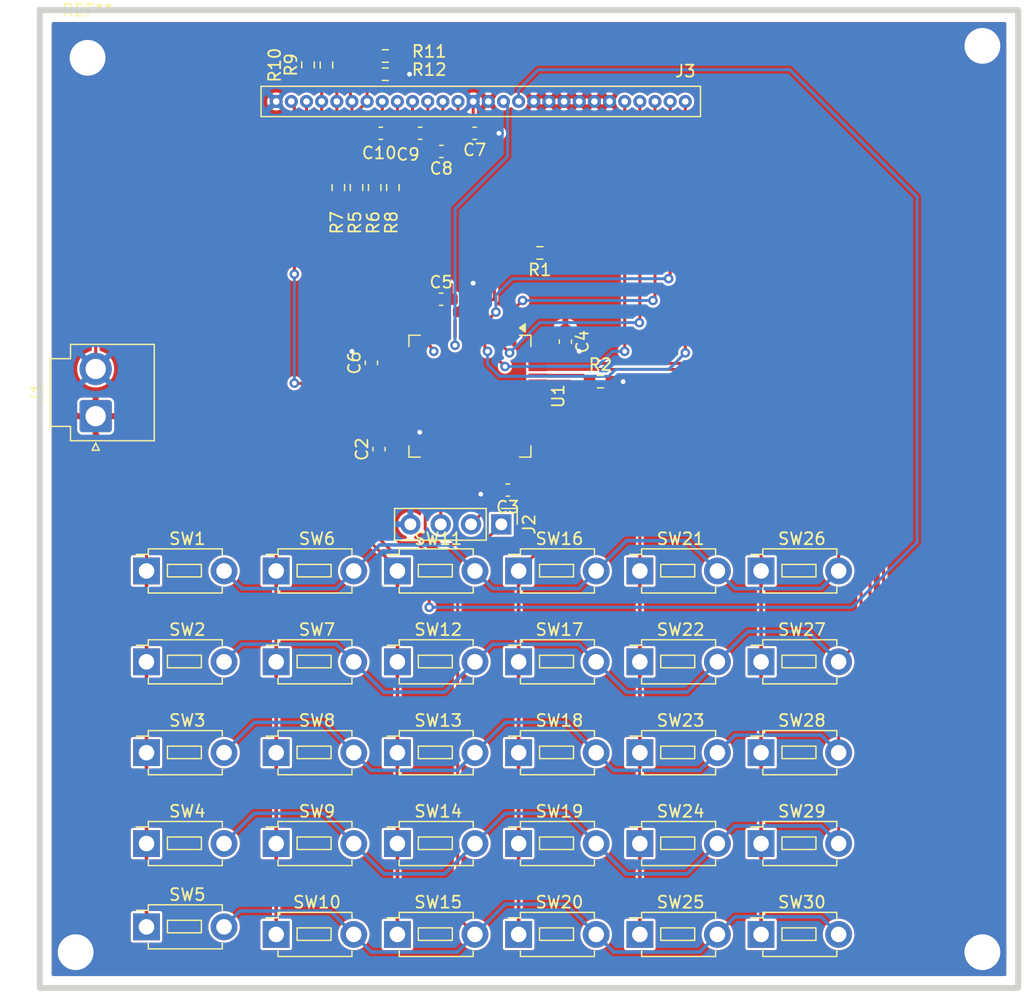
<source format=kicad_pcb>
(kicad_pcb (version 20240225) (generator "pcbnew") (generator_version "8.99")
  (layers (0 "F.Cu" signal) (31 "B.Cu" signal) (34 "B.Paste" user) (35 "F.Paste" user) (36 "B.SilkS" user "B.Silkscreen") (37 "F.SilkS" user "F.Silkscreen") (38 "B.Mask" user) (39 "F.Mask" user) (44 "Edge.Cuts" user))
  (net 0 "")
  (net 2 "unconnected-(U1-PA2-Pad16)")
  (net 5 "Net-(J3-Pin_16)")
  (net 6 "Net-(J3-Pin_17)")
  (net 8 "Net-(J3-Pin_18)")
  (net 10 "Net-(J3-Pin_19)")
  (net 13 "Net-(J3-Pin_20)")
  (net 14 "Net-(J3-Pin_21)")
  (net 23 "/Calculator/NCS")
  (net 38 "/Calculator/Y2")
  (net 39 "/Calculator/X1")
  (net 40 "/Calculator/Y3")
  (net 41 "/Calculator/Y4")
  (net 42 "/Calculator/Y5")
  (net 43 "/Calculator/X2")
  (net 44 "/Calculator/X3")
  (net 45 "/Calculator/X4")
  (net 46 "/Calculator/X5")
  (net 47 "/Calculator/X6")
  (net 48 "/Calculator/Y1")
  (net 49 "+BATT")
  (net 50 "Net-(U1-BOOT0)")
  (net 51 "GND")
  (net 52 "/Calculator/LCD_RST")
  (net 53 "Net-(J3-Pin_23)")
  (net 54 "Net-(J3-Pin_24)")
  (net 55 "Net-(J3-Pin_26)")
  (net 56 "Net-(J3-Pin_22)")
  (net 57 "/Calculator/SWDIO")
  (net 58 "/Calculator/SWCLK")
  (net 59 "/Calculator/NRST")
  (net 60 "Net-(J3-Pin_25)")
  (net 61 "/Calculator/WR")
  (net 62 "/Calculator/C86")
  (net 63 "/Calculator/SCL")
  (net 64 "/Calculator/A0")
  (net 65 "/Calculator/RD")
  (net 66 "/Calculator/SI")
  (footprint "Button_Switch_THT:SW_PUSH_1P1T_6x3.5mm_H4.3_APEM_MJTP1243" (layer "F.Cu") (at 171.45 128.27)
    (property "Reference" "SW28")
    (property "Value" "SW_Push")
  )
  (footprint "Button_Switch_THT:SW_PUSH_1P1T_6x3.5mm_H4.3_APEM_MJTP1243" (layer "F.Cu") (at 130.81 143.51)
    (property "Reference" "SW10")
    (property "Value" "SW_Push")
  )
  (footprint "Button_Switch_THT:SW_PUSH_1P1T_6x3.5mm_H4.3_APEM_MJTP1243" (layer "F.Cu") (at 171.45 120.65)
    (property "Reference" "SW27")
    (property "Value" "SW_Push")
  )
  (footprint "Button_Switch_THT:SW_PUSH_1P1T_6x3.5mm_H4.3_APEM_MJTP1243" (layer "F.Cu") (at 140.97 113.03)
    (property "Reference" "SW11")
    (property "Value" "SW_Push")
  )
  (footprint "Button_Switch_THT:SW_PUSH_1P1T_6x3.5mm_H4.3_APEM_MJTP1243" (layer "F.Cu") (at 130.81 120.65)
    (property "Reference" "SW7")
    (property "Value" "SW_Push")
  )
  (footprint "Button_Switch_THT:SW_PUSH_1P1T_6x3.5mm_H4.3_APEM_MJTP1243" (layer "F.Cu") (at 140.97 143.51)
    (property "Reference" "SW15")
    (property "Value" "SW_Push")
  )
  (footprint "Resistor_SMD:R_0603_1608Metric_Pad0.98x0.95mm_HandSolder" (layer "F.Cu") (at 135.0245 70.612 90)
    (property "Reference" "R10")
    (property "Value" "R_US")
  )
  (footprint "Button_Switch_THT:SW_PUSH_1P1T_6x3.5mm_H4.3_APEM_MJTP1243" (layer "F.Cu") (at 161.29 135.89)
    (property "Reference" "SW24")
    (property "Value" "SW_Push")
  )
  (footprint "Resistor_SMD:R_0603_1608Metric_Pad0.98x0.95mm_HandSolder" (layer "F.Cu") (at 139.065 80.8755 90)
    (property "Reference" "R6")
    (property "Value" "R_US")
  )
  (footprint "" (layer "F.Cu") (at 190 69)
    (property "Reference" "")
    (property "Value" "")
  )
  (footprint "MountingHole:MountingHole_3mm" (layer "F.Cu") (at 115 70)
    (property "Reference" "REF**")
    (property "Value" "MountingHole_3mm")
  )
  (footprint "Button_Switch_THT:SW_PUSH_1P1T_6x3.5mm_H4.3_APEM_MJTP1243" (layer "F.Cu") (at 130.81 113.03)
    (property "Reference" "SW6")
    (property "Value" "SW_Push")
  )
  (footprint "Button_Switch_THT:SW_PUSH_1P1T_6x3.5mm_H4.3_APEM_MJTP1243" (layer "F.Cu") (at 140.97 120.65)
    (property "Reference" "SW12")
    (property "Value" "SW_Push")
  )
  (footprint "Button_Switch_THT:SW_PUSH_1P1T_6x3.5mm_H4.3_APEM_MJTP1243" (layer "F.Cu") (at 119.94 128.27)
    (property "Reference" "SW3")
    (property "Value" "SW_Push")
  )
  (footprint "Button_Switch_THT:SW_PUSH_1P1T_6x3.5mm_H4.3_APEM_MJTP1243" (layer "F.Cu") (at 140.97 135.89)
    (property "Reference" "SW14")
    (property "Value" "SW_Push")
  )
  (footprint "Connector_PinHeader_2.54mm:PinHeader_1x04_P2.54mm_Vertical" (layer "F.Cu") (at 149.68 109.12 -90)
    (property "Reference" "J2")
    (property "Value" "Conn_01x04")
  )
  (footprint "Button_Switch_THT:SW_PUSH_1P1T_6x3.5mm_H4.3_APEM_MJTP1243" (layer "F.Cu") (at 119.94 135.89)
    (property "Reference" "SW4")
    (property "Value" "SW_Push")
  )
  (footprint "Button_Switch_THT:SW_PUSH_1P1T_6x3.5mm_H4.3_APEM_MJTP1243" (layer "F.Cu") (at 161.29 128.27)
    (property "Reference" "SW23")
    (property "Value" "SW_Push")
  )
  (footprint "Button_Switch_THT:SW_PUSH_1P1T_6x3.5mm_H4.3_APEM_MJTP1243" (layer "F.Cu") (at 151.13 135.89)
    (property "Reference" "SW19")
    (property "Value" "SW_Push")
  )
  (footprint "Capacitor_SMD:C_0603_1608Metric_Pad1.08x0.95mm_HandSolder" (layer "F.Cu") (at 155.049 93.803 -90)
    (property "Reference" "C4")
    (property "Value" "C")
  )
  (footprint "Button_Switch_THT:SW_PUSH_1P1T_6x3.5mm_H4.3_APEM_MJTP1243" (layer "F.Cu") (at 171.45 113.03)
    (property "Reference" "SW26")
    (property "Value" "SW_Push")
  )
  (footprint "Button_Switch_THT:SW_PUSH_1P1T_6x3.5mm_H4.3_APEM_MJTP1243" (layer "F.Cu") (at 171.45 135.89)
    (property "Reference" "SW29")
    (property "Value" "SW_Push")
  )
  (footprint "Button_Switch_THT:SW_PUSH_1P1T_6x3.5mm_H4.3_APEM_MJTP1243" (layer "F.Cu") (at 119.94 113.03)
    (property "Reference" "SW1")
    (property "Value" "SW_Push")
  )
  (footprint "Connector_JST:JST_VH_B2P-VH-B_1x02_P3.96mm_Vertical" (layer "F.Cu") (at 115.68 100.05 90)
    (property "Reference" "J1")
    (property "Value" "Conn_01x02_Pin")
  )
  (footprint "Button_Switch_THT:SW_PUSH_1P1T_6x3.5mm_H4.3_APEM_MJTP1243" (layer "F.Cu") (at 171.45 143.51)
    (property "Reference" "SW30")
    (property "Value" "SW_Push")
  )
  (footprint "Resistor_SMD:R_0603_1608Metric_Pad0.98x0.95mm_HandSolder" (layer "F.Cu") (at 139.954 69.85)
    (property "Reference" "R11")
    (property "Value" "R_US")
  )
  (footprint "Button_Switch_THT:SW_PUSH_1P1T_6x3.5mm_H4.3_APEM_MJTP1243" (layer "F.Cu") (at 161.29 143.51)
    (property "Reference" "SW25")
    (property "Value" "SW_Push")
  )
  (footprint "Resistor_SMD:R_0603_1608Metric_Pad0.98x0.95mm_HandSolder" (layer "F.Cu") (at 139.954 71.374)
    (property "Reference" "R12")
    (property "Value" "R_US")
  )
  (footprint "Capacitor_SMD:C_0603_1608Metric_Pad1.08x0.95mm_HandSolder" (layer "F.Cu") (at 138.793 95.581 90)
    (property "Reference" "C6")
    (property "Value" "C")
  )
  (footprint "Capacitor_SMD:C_0603_1608Metric_Pad1.08x0.95mm_HandSolder" (layer "F.Cu") (at 139.573 76.327)
    (property "Reference" "C10")
    (property "Value" "C")
  )
  (footprint "Capacitor_SMD:C_0603_1608Metric_Pad1.08x0.95mm_HandSolder" (layer "F.Cu") (at 144.653 77.851 180)
    (property "Reference" "C8")
    (property "Value" "C")
  )
  (footprint "Capacitor_SMD:C_0603_1608Metric_Pad1.08x0.95mm_HandSolder" (layer "F.Cu") (at 144.635 90.247)
    (property "Reference" "C5")
    (property "Value" "C")
  )
  (footprint "Resistor_SMD:R_0603_1608Metric_Pad0.98x0.95mm_HandSolder" (layer "F.Cu") (at 140.589 80.8755 90)
    (property "Reference" "R8")
    (property "Value" "R_US")
  )
  (footprint "Capacitor_SMD:C_0603_1608Metric_Pad1.08x0.95mm_HandSolder" (layer "F.Cu") (at 150.223 106.249 180)
    (property "Reference" "C3")
    (property "Value" "C")
  )
  (footprint "Button_Switch_THT:SW_PUSH_1P1T_6x3.5mm_H4.3_APEM_MJTP1243" (layer "F.Cu") (at 119.94 142.875)
    (property "Reference" "SW5")
    (property "Value" "SW_Push")
  )
  (footprint "ks100:DEM 128064E1 FGH" (layer "F.Cu") (at 165.1 73.66)
    (property "Reference" "J3")
    (property "Value" "DEM 128064E1 FGH")
  )
  (footprint "Button_Switch_THT:SW_PUSH_1P1T_6x3.5mm_H4.3_APEM_MJTP1243" (layer "F.Cu") (at 161.29 113.03)
    (property "Reference" "SW21")
    (property "Value" "SW_Push")
  )
  (footprint "Button_Switch_THT:SW_PUSH_1P1T_6x3.5mm_H4.3_APEM_MJTP1243" (layer "F.Cu") (at 151.13 120.65)
    (property "Reference" "SW17")
    (property "Value" "SW_Push")
  )
  (footprint "Button_Switch_THT:SW_PUSH_1P1T_6x3.5mm_H4.3_APEM_MJTP1243" (layer "F.Cu") (at 161.29 120.65)
    (property "Reference" "SW22")
    (property "Value" "SW_Push")
  )
  (footprint "Capacitor_SMD:C_0603_1608Metric_Pad1.08x0.95mm_HandSolder" (layer "F.Cu") (at 139.428 102.82 90)
    (property "Reference" "C2")
    (property "Value" "C")
  )
  (footprint "Button_Switch_THT:SW_PUSH_1P1T_6x3.5mm_H4.3_APEM_MJTP1243" (layer "F.Cu") (at 151.13 128.27)
    (property "Reference" "SW18")
    (property "Value" "SW_Push")
  )
  (footprint "" (layer "F.Cu") (at 190 145)
    (property "Reference" "")
    (property "Value" "")
  )
  (footprint "Resistor_SMD:R_0603_1608Metric_Pad0.98x0.95mm_HandSolder" (layer "F.Cu") (at 137.541 80.8755 90)
    (property "Reference" "R5")
    (property "Value" "R_US")
  )
  (footprint "Button_Switch_THT:SW_PUSH_1P1T_6x3.5mm_H4.3_APEM_MJTP1243" (layer "F.Cu") (at 151.13 113.03)
    (property "Reference" "SW16")
    (property "Value" "SW_Push")
  )
  (footprint "Capacitor_SMD:C_0603_1608Metric_Pad1.08x0.95mm_HandSolder" (layer "F.Cu") (at 142.875 76.327)
    (property "Reference" "C9")
    (property "Value" "C")
  )
  (footprint "Button_Switch_THT:SW_PUSH_1P1T_6x3.5mm_H4.3_APEM_MJTP1243" (layer "F.Cu") (at 119.94 120.65)
    (property "Reference" "SW2")
    (property "Value" "SW_Push")
  )
  (footprint "Button_Switch_THT:SW_PUSH_1P1T_6x3.5mm_H4.3_APEM_MJTP1243" (layer "F.Cu") (at 140.97 128.27)
    (property "Reference" "SW13")
    (property "Value" "SW_Push")
  )
  (footprint "Button_Switch_THT:SW_PUSH_1P1T_6x3.5mm_H4.3_APEM_MJTP1243" (layer "F.Cu") (at 151.13 143.51)
    (property "Reference" "SW20")
    (property "Value" "SW_Push")
  )
  (footprint "Package_QFP:LQFP-64_10x10mm_P0.5mm" (layer "F.Cu") (at 147.048 98.375 -90)
    (property "Reference" "U1")
    (property "Value" "STM32L071RZTx")
  )
  (footprint "Resistor_SMD:R_0603_1608Metric_Pad0.98x0.95mm_HandSolder" (layer "F.Cu") (at 133.477 70.5885 90)
    (property "Reference" "R9")
    (property "Value" "R_US")
  )
  (footprint "" (layer "F.Cu") (at 114 145)
    (property "Reference" "")
    (property "Value" "")
  )
  (footprint "Resistor_SMD:R_0603_1608Metric_Pad0.98x0.95mm_HandSolder" (layer "F.Cu") (at 152.908 86.36 180)
    (property "Reference" "R1")
    (property "Value" "R_US")
  )
  (footprint "Button_Switch_THT:SW_PUSH_1P1T_6x3.5mm_H4.3_APEM_MJTP1243" (layer "F.Cu") (at 130.81 135.89)
    (property "Reference" "SW9")
    (property "Value" "SW_Push")
  )
  (footprint "Capacitor_SMD:C_0603_1608Metric_Pad1.08x0.95mm_HandSolder" (layer "F.Cu") (at 147.447 76.327)
    (property "Reference" "C7")
    (property "Value" "C")
  )
  (footprint "Resistor_SMD:R_0603_1608Metric_Pad0.98x0.95mm_HandSolder" (layer "F.Cu") (at 157.988 97.155)
    (property "Reference" "R2")
    (property "Value" "R_US")
  )
  (footprint "Resistor_SMD:R_0603_1608Metric_Pad0.98x0.95mm_HandSolder" (layer "F.Cu") (at 136.017 80.8755 90)
    (property "Reference" "R7")
    (property "Value" "R_US")
  )
  (footprint "Button_Switch_THT:SW_PUSH_1P1T_6x3.5mm_H4.3_APEM_MJTP1243" (layer "F.Cu") (at 130.81 128.27)
    (property "Reference" "SW8")
    (property "Value" "SW_Push")
  )
  (gr_rect (start 111 66) (end 193 148) (stroke (width 0.5)) (fill none) (layer "Edge.Cuts"))
  (segment (start 144.018 94.615) (end 143.298 93.542764) (width 0.25) (layer "F.Cu") (net 2))
  (segment (start 143.298 93.542764) (end 143.298 92.7) (width 0.25) (layer "F.Cu") (net 2))
  (via (at 144.018 94.615) (size 0.8) (drill 0.4) (layers "F.Cu" "B.Cu") (net 2))
  (segment (start 146.5845 76.327) (end 146.5845 75.4645) (width 0.25) (layer "F.Cu") (net 5))
  (segment (start 146.05 74.93) (end 146.05 73.66) (width 0.25) (layer "F.Cu") (net 5))
  (segment (start 146.5845 75.4645) (end 146.05 74.93) (width 0.25) (layer "F.Cu") (net 5))
  (segment (start 144.78 75.311) (end 144.78 73.66) (width 0.25) (layer "F.Cu") (net 6))
  (segment (start 145.5155 76.0465) (end 144.78 75.311) (width 0.25) (layer "F.Cu") (net 6))
  (segment (start 145.5155 77.851) (end 145.5155 76.0465) (width 0.25) (layer "F.Cu") (net 6))
  (segment (start 143.51 73.66) (end 143.51 76.0995) (width 0.25) (layer "F.Cu") (net 8))
  (segment (start 143.7375 76.327) (end 143.7375 77.798) (width 0.25) (layer "F.Cu") (net 8))
  (segment (start 143.7375 77.798) (end 143.7905 77.851) (width 0.25) (layer "F.Cu") (net 8))
  (segment (start 143.51 76.0995) (end 143.7375 76.327) (width 0.25) (layer "F.Cu") (net 8))
  (segment (start 142.24 75.057) (end 142.0125 75.2845) (width 0.25) (layer "F.Cu") (net 10))
  (segment (start 142.0125 75.2845) (end 142.0125 76.327) (width 0.25) (layer "F.Cu") (net 10))
  (segment (start 142.24 73.66) (end 142.24 75.057) (width 0.25) (layer "F.Cu") (net 10))
  (segment (start 140.97 74.549) (end 140.4355 75.0835) (width 0.25) (layer "F.Cu") (net 13))
  (segment (start 140.97 73.66) (end 140.97 74.549) (width 0.25) (layer "F.Cu") (net 13))
  (segment (start 140.4355 75.0835) (end 140.4355 76.327) (width 0.25) (layer "F.Cu") (net 13))
  (segment (start 138.7105 75.61525) (end 138.7105 76.327) (width 0.25) (layer "F.Cu") (net 14))
  (segment (start 139.7 73.66) (end 139.7 74.62575) (width 0.25) (layer "F.Cu") (net 14))
  (segment (start 139.7 74.62575) (end 138.7105 75.61525) (width 0.25) (layer "F.Cu") (net 14))
  (segment (start 165.1 73.66) (end 165.1 94.742) (width 0.25) (layer "F.Cu") (net 23))
  (segment (start 148.298 92.7) (end 148.298 94.3905) (width 0.25) (layer "F.Cu") (net 23))
  (segment (start 148.298 94.3905) (end 148.5225 94.615) (width 0.25) (layer "F.Cu") (net 23))
  (via (at 165.1 94.742) (size 0.8) (drill 0.4) (layers "F.Cu" "B.Cu") (net 23))
  (via (at 148.5225 94.615) (size 0.8) (drill 0.4) (layers "F.Cu" "B.Cu") (net 23))
  (segment (start 149.525847 96.705847) (end 158.674153 96.705847) (width 0.25) (layer "B.Cu") (net 23))
  (segment (start 163.722 96.12) (end 165.1 94.742) (width 0.25) (layer "B.Cu") (net 23))
  (segment (start 158.674153 96.705847) (end 159.26 96.12) (width 0.25) (layer "B.Cu") (net 23))
  (segment (start 148.5225 95.7025) (end 149.525847 96.705847) (width 0.25) (layer "B.Cu") (net 23))
  (segment (start 148.5225 94.615) (end 148.5225 95.7025) (width 0.25) (layer "B.Cu") (net 23))
  (segment (start 159.26 96.12) (end 163.722 96.12) (width 0.25) (layer "B.Cu") (net 23))
  (segment (start 177.95 120.65) (end 179.832 118.768) (width 0.25) (layer "F.Cu") (net 38))
  (segment (start 163.576 105.283) (end 155.418 97.125) (width 0.25) (layer "F.Cu") (net 38))
  (segment (start 179.832 118.768) (end 179.832 111.633) (width 0.25) (layer "F.Cu") (net 38))
  (segment (start 173.482 105.283) (end 163.576 105.283) (width 0.25) (layer "F.Cu") (net 38))
  (segment (start 179.832 111.633) (end 173.482 105.283) (width 0.25) (layer "F.Cu") (net 38))
  (segment (start 155.418 97.125) (end 152.723 97.125) (width 0.25) (layer "F.Cu") (net 38))
  (segment (start 165.25 123.19) (end 167.79 120.65) (width 0.3) (layer "B.Cu") (net 38))
  (segment (start 126.44 120.65) (end 127.915 119.175) (width 0.3) (layer "B.Cu") (net 38))
  (segment (start 137.31 120.65) (end 139.85 123.19) (width 0.3) (layer "B.Cu") (net 38))
  (segment (start 148.945 119.175) (end 156.155 119.175) (width 0.3) (layer "B.Cu") (net 38))
  (segment (start 127.915 119.175) (end 135.835 119.175) (width 0.3) (layer "B.Cu") (net 38))
  (segment (start 144.93 123.19) (end 147.47 120.65) (width 0.3) (layer "B.Cu") (net 38))
  (segment (start 160.17 123.19) (end 165.25 123.19) (width 0.3) (layer "B.Cu") (net 38))
  (segment (start 147.47 120.65) (end 148.945 119.175) (width 0.3) (layer "B.Cu") (net 38))
  (segment (start 157.63 120.65) (end 160.17 123.19) (width 0.3) (layer "B.Cu") (net 38))
  (segment (start 139.85 123.19) (end 144.93 123.19) (width 0.3) (layer "B.Cu") (net 38))
  (segment (start 135.835 119.175) (end 137.31 120.65) (width 0.3) (layer "B.Cu") (net 38))
  (segment (start 167.79 120.65) (end 170.33 118.11) (width 0.3) (layer "B.Cu") (net 38))
  (segment (start 170.33 118.11) (end 175.41 118.11) (width 0.3) (layer "B.Cu") (net 38))
  (segment (start 156.155 119.175) (end 157.63 120.65) (width 0.3) (layer "B.Cu") (net 38))
  (segment (start 175.41 118.11) (end 177.95 120.65) (width 0.3) (layer "B.Cu") (net 38))
  (segment (start 119.94 113.03) (end 119.94 110.751) (width 0.25) (layer "F.Cu") (net 39))
  (segment (start 136.779 99.125) (end 126.4005 109.5035) (width 0.25) (layer "F.Cu") (net 39))
  (segment (start 126.4005 109.5035) (end 121.1875 109.5035) (width 0.25) (layer "F.Cu") (net 39))
  (segment (start 119.94 113.03) (end 119.94 120.65) (width 0.3) (layer "F.Cu") (net 39))
  (segment (start 119.94 110.751) (end 121.1875 109.5035) (width 0.25) (layer "F.Cu") (net 39))
  (segment (start 119.94 128.27) (end 119.94 135.89) (width 0.3) (layer "F.Cu") (net 39))
  (segment (start 136.779 99.125) (end 141.373 99.125) (width 0.25) (layer "F.Cu") (net 39))
  (segment (start 119.94 142.875) (end 119.94 135.89) (width 0.3) (layer "F.Cu") (net 39))
  (segment (start 119.94 120.65) (end 119.94 128.27) (width 0.3) (layer "F.Cu") (net 39))
  (segment (start 180.576 111.361) (end 165.34 96.125) (width 0.25) (layer "F.Cu") (net 40))
  (segment (start 165.34 96.125) (end 152.723 96.125) (width 0.25) (layer "F.Cu") (net 40))
  (segment (start 177.95 128.27) (end 177.95 126.401) (width 0.25) (layer "F.Cu") (net 40))
  (segment (start 177.95 126.401) (end 180.576 123.775) (width 0.25) (layer "F.Cu") (net 40))
  (segment (start 180.576 123.775) (end 180.576 111.361) (width 0.25) (layer "F.Cu") (net 40))
  (segment (start 157.63 128.27) (end 155.09 125.73) (width 0.3) (layer "B.Cu") (net 40))
  (segment (start 138.785 129.745) (end 137.31 128.27) (width 0.3) (layer "B.Cu") (net 40))
  (segment (start 137.31 128.27) (end 134.77 125.73) (width 0.3) (layer "B.Cu") (net 40))
  (segment (start 169.265 126.795) (end 176.475 126.795) (width 0.3) (layer "B.Cu") (net 40))
  (segment (start 167.79 128.27) (end 169.265 126.795) (width 0.3) (layer "B.Cu") (net 40))
  (segment (start 159.105 129.745) (end 157.63 128.27) (width 0.3) (layer "B.Cu") (net 40))
  (segment (start 145.995 129.745) (end 138.785 129.745) (width 0.3) (layer "B.Cu") (net 40))
  (segment (start 166.315 129.745) (end 159.105 129.745) (width 0.3) (layer "B.Cu") (net 40))
  (segment (start 176.475 126.795) (end 177.95 128.27) (width 0.3) (layer "B.Cu") (net 40))
  (segment (start 147.47 128.27) (end 145.995 129.745) (width 0.3) (layer "B.Cu") (net 40))
  (segment (start 167.79 128.27) (end 166.315 129.745) (width 0.3) (layer "B.Cu") (net 40))
  (segment (start 155.09 125.73) (end 150.01 125.73) (width 0.3) (layer "B.Cu") (net 40))
  (segment (start 134.77 125.73) (end 128.98 125.73) (width 0.3) (layer "B.Cu") (net 40))
  (segment (start 150.01 125.73) (end 147.47 128.27) (width 0.3) (layer "B.Cu") (net 40))
  (segment (start 128.98 125.73) (end 126.44 128.27) (width 0.3) (layer "B.Cu") (net 40))
  (segment (start 177.95 132.878) (end 181.719 129.109) (width 0.25) (layer "F.Cu") (net 41))
  (segment (start 181.719 129.109) (end 181.719 109.075) (width 0.25) (layer "F.Cu") (net 41))
  (segment (start 177.95 135.89) (end 177.95 132.878) (width 0.25) (layer "F.Cu") (net 41))
  (segment (start 181.719 109.075) (end 168.269 95.625) (width 0.25) (layer "F.Cu") (net 41))
  (segment (start 168.269 95.625) (end 152.723 95.625) (width 0.25) (layer "F.Cu") (net 41))
  (segment (start 128.98 133.35) (end 134.77 133.35) (width 0.3) (layer "B.Cu") (net 41))
  (segment (start 157.63 135.89) (end 160.17 138.43) (width 0.3) (layer "B.Cu") (net 41))
  (segment (start 139.85 138.43) (end 144.93 138.43) (width 0.3) (layer "B.Cu") (net 41))
  (segment (start 155.09 133.35) (end 157.63 135.89) (width 0.3) (layer "B.Cu") (net 41))
  (segment (start 134.77 133.35) (end 137.31 135.89) (width 0.3) (layer "B.Cu") (net 41))
  (segment (start 167.79 135.89) (end 169.265 134.415) (width 0.3) (layer "B.Cu") (net 41))
  (segment (start 126.44 135.89) (end 128.98 133.35) (width 0.3) (layer "B.Cu") (net 41))
  (segment (start 144.93 138.43) (end 147.47 135.89) (width 0.3) (layer "B.Cu") (net 41))
  (segment (start 165.25 138.43) (end 167.79 135.89) (width 0.3) (layer "B.Cu") (net 41))
  (segment (start 176.475 134.415) (end 177.95 135.89) (width 0.3) (layer "B.Cu") (net 41))
  (segment (start 137.31 135.89) (end 139.85 138.43) (width 0.3) (layer "B.Cu") (net 41))
  (segment (start 147.47 135.89) (end 150.01 133.35) (width 0.3) (layer "B.Cu") (net 41))
  (segment (start 169.265 134.415) (end 176.475 134.415) (width 0.3) (layer "B.Cu") (net 41))
  (segment (start 150.01 133.35) (end 155.09 133.35) (width 0.3) (layer "B.Cu") (net 41))
  (segment (start 160.17 138.43) (end 165.25 138.43) (width 0.3) (layer "B.Cu") (net 41))
  (segment (start 147.47 143.51) (end 146.02 142.06) (width 0.25) (layer "F.Cu") (net 42))
  (segment (start 146.02 142.06) (end 146.02 114.111) (width 0.25) (layer "F.Cu") (net 42))
  (segment (start 138.650698 101.058698) (end 138.158698 101.550698) (width 0.25) (layer "F.Cu") (net 42))
  (segment (start 139.935076 101.125) (end 139.868774 101.058698) (width 0.25) (layer "F.Cu") (net 42))
  (segment (start 138.158 107.638) (end 138.158 101.55) (width 0.25) (layer "F.Cu") (net 42))
  (segment (start 139.868774 101.058698) (end 138.650698 101.058698) (width 0.25) (layer "F.Cu") (net 42))
  (segment (start 146.02 114.111) (end 142.579 110.67) (width 0.25) (layer "F.Cu") (net 42))
  (segment (start 142.579 110.67) (end 141.19 110.67) (width 0.25) (layer "F.Cu") (net 42))
  (segment (start 141.19 110.67) (end 138.158 107.638) (width 0.25) (layer "F.Cu") (net 42))
  (segment (start 141.373 101.125) (end 139.935076 101.125) (width 0.25) (layer "F.Cu") (net 42))
  (segment (start 145.995 144.985) (end 138.785 144.985) (width 0.3) (layer "B.Cu") (net 42))
  (segment (start 155.09 140.97) (end 150.01 140.97) (width 0.3) (layer "B.Cu") (net 42))
  (segment (start 127.765 141.55) (end 135.35 141.55) (width 0.3) (layer "B.Cu") (net 42))
  (segment (start 147.47 143.51) (end 145.995 144.985) (width 0.3) (layer "B.Cu") (net 42))
  (segment (start 138.785 144.985) (end 137.31 143.51) (width 0.3) (layer "B.Cu") (net 42))
  (segment (start 157.63 143.51) (end 155.09 140.97) (width 0.3) (layer "B.Cu") (net 42))
  (segment (start 150.01 140.97) (end 147.47 143.51) (width 0.3) (layer "B.Cu") (net 42))
  (segment (start 176.475 142.035) (end 177.95 143.51) (width 0.3) (layer "B.Cu") (net 42))
  (segment (start 135.35 141.55) (end 137.31 143.51) (width 0.3) (layer "B.Cu") (net 42))
  (segment (start 167.79 143.51) (end 169.265 142.035) (width 0.3) (layer "B.Cu") (net 42))
  (segment (start 126.44 142.875) (end 127.765 141.55) (width 0.3) (layer "B.Cu") (net 42))
  (segment (start 166.315 144.985) (end 159.105 144.985) (width 0.3) (layer "B.Cu") (net 42))
  (segment (start 169.265 142.035) (end 176.475 142.035) (width 0.3) (layer "B.Cu") (net 42))
  (segment (start 167.79 143.51) (end 166.315 144.985) (width 0.3) (layer "B.Cu") (net 42))
  (segment (start 159.105 144.985) (end 157.63 143.51) (width 0.3) (layer "B.Cu") (net 42))
  (segment (start 130.81 113.03) (end 130.81 106.172) (width 0.25) (layer "F.Cu") (net 43))
  (segment (start 130.81 106.172) (end 137.357 99.625) (width 0.25) (layer "F.Cu") (net 43))
  (segment (start 130.81 143.51) (end 130.81 135.89) (width 0.3) (layer "F.Cu") (net 43))
  (segment (start 130.81 120.65) (end 130.81 113.03) (width 0.3) (layer "F.Cu") (net 43))
  (segment (start 137.357 99.625) (end 141.373 99.625) (width 0.25) (layer "F.Cu") (net 43))
  (segment (start 130.81 135.89) (end 130.81 128.27) (width 0.3) (layer "F.Cu") (net 43))
  (segment (start 130.81 128.27) (end 130.81 120.65) (width 0.3) (layer "F.Cu") (net 43))
  (segment (start 137.033 100.838) (end 137.746 100.125) (width 0.25) (layer "F.Cu") (net 44))
  (segment (start 140.97 143.51) (end 140.97 135.89) (width 0.3) (layer "F.Cu") (net 44))
  (segment (start 140.97 128.27) (end 140.97 120.65) (width 0.3) (layer "F.Cu") (net 44))
  (segment (start 140.97 112.87) (end 137.033 108.933) (width 0.25) (layer "F.Cu") (net 44))
  (segment (start 140.97 120.65) (end 140.97 113.03) (width 0.3) (layer "F.Cu") (net 44))
  (segment (start 140.97 135.89) (end 140.97 128.27) (width 0.3) (layer "F.Cu") (net 44))
  (segment (start 137.033 108.933) (end 137.033 100.838) (width 0.25) (layer "F.Cu") (net 44))
  (segment (start 140.97 113.03) (end 140.97 112.87) (width 0.25) (layer "F.Cu") (net 44))
  (segment (start 137.746 100.125) (end 141.373 100.125) (width 0.25) (layer "F.Cu") (net 44))
  (segment (start 151.13 113.03) (end 155.575 108.585) (width 0.25) (layer "F.Cu") (net 45))
  (segment (start 151.13 128.27) (end 151.13 135.89) (width 0.3) (layer "F.Cu") (net 45))
  (segment (start 153.665 99.125) (end 152.723 99.125) (width 0.25) (layer "F.Cu") (net 45))
  (segment (start 155.575 101.035) (end 153.665 99.125) (width 0.25) (layer "F.Cu") (net 45))
  (segment (start 151.13 120.65) (end 151.13 128.27) (width 0.3) (layer "F.Cu") (net 45))
  (segment (start 155.575 108.585) (end 155.575 101.035) (width 0.25) (layer "F.Cu") (net 45))
  (segment (start 151.13 135.89) (end 151.13 143.51) (width 0.3) (layer "F.Cu") (net 45))
  (segment (start 151.13 113.03) (end 151.13 120.65) (width 0.3) (layer "F.Cu") (net 45))
  (segment (start 161.29 113.03) (end 161.29 105.918) (width 0.25) (layer "F.Cu") (net 46))
  (segment (start 161.29 113.03) (end 161.29 120.65) (width 0.3) (layer "F.Cu") (net 46))
  (segment (start 161.29 120.65) (end 161.29 128.27) (width 0.3) (layer "F.Cu") (net 46))
  (segment (start 161.29 105.918) (end 153.997 98.625) (width 0.25) (layer "F.Cu") (net 46))
  (segment (start 161.29 135.89) (end 161.29 140.97) (width 0.3) (layer "F.Cu") (net 46))
  (segment (start 153.997 98.625) (end 152.723 98.625) (width 0.25) (layer "F.Cu") (net 46))
  (segment (start 161.29 128.27) (end 161.29 135.89) (width 0.3) (layer "F.Cu") (net 46))
  (segment (start 161.29 140.97) (end 161.29 143.51) (width 0.3) (layer "F.Cu") (net 46))
  (segment (start 171.45 109.728) (end 169.037 107.315) (width 0.25) (layer "F.Cu") (net 47))
  (segment (start 169.037 107.315) (end 163.576 107.315) (width 0.25) (layer "F.Cu") (net 47))
  (segment (start 171.45 113.03) (end 171.45 109.728) (width 0.25) (layer "F.Cu") (net 47))
  (segment (start 154.386 98.125) (end 152.723 98.125) (width 0.25) (layer "F.Cu") (net 47))
  (segment (start 171.45 143.51) (end 171.45 113.03) (width 0.3) (layer "F.Cu") (net 47))
  (segment (start 163.576 107.315) (end 154.386 98.125) (width 0.25) (layer "F.Cu") (net 47))
  (segment (start 172.974 106.426) (end 163.957 106.426) (width 0.25) (layer "F.Cu") (net 48))
  (segment (start 177.95 113.03) (end 177.95 111.402) (width 0.25) (layer "F.Cu") (net 48))
  (segment (start 163.957 106.426) (end 155.156 97.625) (width 0.25) (layer "F.Cu") (net 48))
  (segment (start 177.95 111.402) (end 172.974 106.426) (width 0.25) (layer "F.Cu") (net 48))
  (segment (start 155.156 97.625) (end 152.723 97.625) (width 0.25) (layer "F.Cu") (net 48))
  (segment (start 148.945 114.505) (end 147.47 113.03) (width 0.3) (layer "B.Cu") (net 48))
  (segment (start 177.95 113.03) (end 176.475 114.505) (width 0.3) (layer "B.Cu") (net 48))
  (segment (start 127.915 114.505) (end 126.44 113.03) (width 0.3) (layer "B.Cu") (net 48))
  (segment (start 165.25 110.49) (end 160.17 110.49) (width 0.3) (layer "B.Cu") (net 48))
  (segment (start 167.79 113.03) (end 165.25 110.49) (width 0.3) (layer "B.Cu") (net 48))
  (segment (start 169.265 114.505) (end 167.79 113.03) (width 0.3) (layer "B.Cu") (net 48))
  (segment (start 135.835 114.505) (end 127.915 114.505) (width 0.3) (layer "B.Cu") (net 48))
  (segment (start 137.31 113.03) (end 139.49 110.85) (width 0.3) (layer "B.Cu") (net 48))
  (segment (start 139.49 110.85) (end 145.29 110.85) (width 0.3) (layer "B.Cu") (net 48))
  (segment (start 157.63 113.03) (end 156.155 114.505) (width 0.3) (layer "B.Cu") (net 48))
  (segment (start 176.475 114.505) (end 169.265 114.505) (width 0.3) (layer "B.Cu") (net 48))
  (segment (start 145.29 110.85) (end 147.47 113.03) (width 0.3) (layer "B.Cu") (net 48))
  (segment (start 156.155 114.505) (end 148.945 114.505) (width 0.3) (layer "B.Cu") (net 48))
  (segment (start 160.17 110.49) (end 157.63 113.03) (width 0.3) (layer "B.Cu") (net 48))
  (segment (start 137.31 113.03) (end 135.835 114.505) (width 0.3) (layer "B.Cu") (net 48))
  (segment (start 150.798 104.05) (end 150.798 105.9615) (width 0.25) (layer "F.Cu") (net 49))
  (segment (start 117.335 103.095) (end 122.315 98.115) (width 0.25) (layer "F.Cu") (net 49))
  (segment (start 140.5975 103.6825) (end 141.333 102.947) (width 0.25) (layer "F.Cu") (net 49))
  (segment (start 138.793 96.4435) (end 139.3275 96.4435) (width 0.25) (layer "F.Cu") (net 49))
  (segment (start 113.03 98.79) (end 117.335 103.095) (width 0.25) (layer "F.Cu") (net 49))
  (segment (start 122.315 98.115) (end 123.9865 96.4435) (width 0.25) (layer "F.Cu") (net 49))
  (segment (start 141.333 102.947) (end 141.333 102.165) (width 0.25) (layer "F.Cu") (net 49))
  (segment (start 123.9865 96.4435) (end 138.793 96.4435) (width 0.25) (layer "F.Cu") (net 49))
  (segment (start 144.798 92.7) (end 144.798 91.2725) (width 0.25) (layer "F.Cu") (net 49))
  (segment (start 150.798 105.9615) (end 151.0855 106.249) (width 0.25) (layer "F.Cu") (net 49))
  (segment (start 139.428 103.6825) (end 140.5975 103.6825) (width 0.25) (layer "F.Cu") (net 49))
  (segment (start 141.333 102.165) (end 141.373 102.125) (width 0.25) (layer "F.Cu") (net 49))
  (segment (start 139.3275 96.4435) (end 140.146 95.625) (width 0.25) (layer "F.Cu") (net 49))
  (segment (start 144.798 91.2725) (end 143.7725 90.247) (width 0.25) (layer "F.Cu") (net 49))
  (segment (start 140.146 95.625) (end 141.373 95.625) (width 0.25) (layer "F.Cu") (net 49))
  (segment (start 152.723 96.625) (end 156.5455 96.625) (width 0.25) (layer "F.Cu") (net 50))
  (segment (start 156.5455 96.625) (end 157.0755 97.155) (width 0.25) (layer "F.Cu") (net 50))
  (segment (start 115.68 96.09) (end 115.68 91.75) (width 0.25) (layer "F.Cu") (net 51))
  (segment (start 142.615201 101.625) (end 142.839701 101.4005) (width 0.25) (layer "F.Cu") (net 51))
  (segment (start 148.3095 76.327) (end 149.479 76.327) (width 0.25) (layer "F.Cu") (net 51))
  (segment (start 137.2635 94.7185) (end 137.16 94.615) (width 0.25) (layer "F.Cu") (net 51))
  (segment (start 140.8665 71.374) (end 141.986 71.374) (width 0.25) (layer "F.Cu") (net 51))
  (segment (start 140.8665 69.85) (end 140.8665 71.374) (width 0.25) (layer "F.Cu") (net 51))
  (segment (start 140.335 68.453) (end 140.8665 68.9845) (width 0.25) (layer "F.Cu") (net 51))
  (segment (start 149.3605 106.249) (end 148.2965 106.249) (width 0.25) (layer "F.Cu") (net 51))
  (segment (start 141.373 101.625) (end 142.615201 101.625) (width 0.25) (layer "F.Cu") (net 51))
  (segment (start 158.9005 97.155) (end 159.893 97.155) (width 0.25) (layer "F.Cu") (net 51))
  (segment (start 147.32 73.66) (end 147.32 75.3375) (width 0.25) (layer "F.Cu") (net 51))
  (segment (start 147.32 75.3375) (end 148.3095 76.327) (width 0.25) (layer "F.Cu") (net 51))
  (segment (start 145.4975 89.0255) (end 142.782 86.31) (width 0.25) (layer "F.Cu") (net 51))
  (segment (start 140.8665 68.9845) (end 140.8665 69.85) (width 0.25) (layer "F.Cu") (net 51))
  (segment (start 155.049 94.6655) (end 156.1595 94.6655) (width 0.25) (layer "F.Cu") (net 51))
  (segment (start 156.1595 94.6655) (end 156.21 94.615) (width 0.25) (layer "F.Cu") (net 51))
  (segment (start 152.723 95.125) (end 154.5895 95.125) (width 0.25) (layer "F.Cu") (net 51))
  (segment (start 150.298 104.05) (end 150.298 105.3115) (width 0.25) (layer "F.Cu") (net 51))
  (segment (start 141.373 101.625) (end 139.7605 101.625) (width 0.25) (layer "F.Cu") (net 51))
  (segment (start 135.0245 69.6995) (end 136.8025 69.6995) (width 0.25) (layer "F.Cu") (net 51))
  (segment (start 150.298 105.3115) (end 149.3605 106.249) (width 0.25) (layer "F.Cu") (net 51))
  (segment (start 145.298 92.7) (end 145.298 90.4465) (width 0.25) (layer "F.Cu") (net 51))
  (segment (start 138.049 68.453) (end 140.335 68.453) (width 0.25) (layer "F.Cu") (net 51))
  (segment (start 138.793 94.7185) (end 139.5295 94.7185) (width 0.25) (layer "F.Cu") (net 51))
  (segment (start 139.5295 94.7185) (end 139.936 95.125) (width 0.25) (layer "F.Cu") (net 51))
  (segment (start 115.68 91.75) (end 117.13 90.3) (width 0.25) (layer "F.Cu") (net 51))
  (segment (start 135.001 69.676) (end 135.0245 69.6995) (width 0.25) (layer "F.Cu") (net 51))
  (segment (start 145.4975 90.247) (end 145.4975 89.0255) (width 0.25) (layer "F.Cu") (net 51))
  (segment (start 133.477 69.676) (end 135.001 69.676) (width 0.25) (layer "F.Cu") (net 51))
  (segment (start 136.8025 69.6995) (end 138.049 68.453) (width 0.25) (layer "F.Cu") (net 51))
  (segment (start 145.298 90.4465) (end 145.4975 90.247) (width 0.25) (layer "F.Cu") (net 51))
  (segment (start 138.793 94.7185) (end 137.2635 94.7185) (width 0.25) (layer "F.Cu") (net 51))
  (segment (start 130.7865 73.6835) (end 130.81 73.66) (width 0.25) (layer "F.Cu") (net 51))
  (segment (start 139.7605 101.625) (end 139.428 101.9575) (width 0.25) (layer "F.Cu") (net 51))
  (segment (start 148.2965 106.249) (end 147.955 106.5905) (width 0.25) (layer "F.Cu") (net 51))
  (segment (start 147.2015 90.247) (end 147.2015 89.0185) (width 0.25) (layer "F.Cu") (net 51))
  (segment (start 147.2015 89.0185) (end 147.32 88.9) (width 0.25) (layer "F.Cu") (net 51))
  (segment (start 141.373 95.125) (end 139.936 95.125) (width 0.25) (layer "F.Cu") (net 51))
  (segment (start 154.5895 95.125) (end 155.049 94.6655) (width 0.25) (layer "F.Cu") (net 51))
  (via (at 149.479 76.327) (size 0.8) (drill 0.4) (layers "F.Cu" "B.Cu") (net 51))
  (via (at 147.32 88.9) (size 0.8) (drill 0.4) (layers "F.Cu" "B.Cu") (net 51))
  (via (at 142.839701 101.4005) (size 0.8) (drill 0.4) (layers "F.Cu" "B.Cu") (net 51))
  (via (at 137.16 94.615) (size 0.8) (drill 0.4) (layers "F.Cu" "B.Cu") (net 51))
  (via (at 159.893 97.155) (size 0.8) (drill 0.4) (layers "F.Cu" "B.Cu") (net 51))
  (via (at 147.955 106.5905) (size 0.8) (drill 0.4) (layers "F.Cu" "B.Cu") (net 51))
  (via (at 141.986 71.374) (size 0.8) (drill 0.4) (layers "F.Cu" "B.Cu") (net 51))
  (via (at 156.21 94.615) (size 0.8) (drill 0.4) (layers "F.Cu" "B.Cu") (net 51))
  (segment (start 148.798 91.748164) (end 149.224664 91.3215) (width 0.25) (layer "F.Cu") (net 52))
  (segment (start 163.83 88.392) (end 163.83 73.66) (width 0.25) (layer "F.Cu") (net 52))
  (segment (start 163.703 88.519) (end 163.83 88.392) (width 0.25) (layer "F.Cu") (net 52))
  (segment (start 148.798 92.7) (end 148.798 91.748164) (width 0.25) (layer "F.Cu") (net 52))
  (via (at 163.703 88.519) (size 0.8) (drill 0.4) (layers "F.Cu" "B.Cu") (net 52))
  (via (at 149.224664 91.3215) (size 0.8) (drill 0.4) (layers "F.Cu" "B.Cu") (net 52))
  (segment (start 163.703 88.519) (end 150.601 88.519) (width 0.25) (layer "B.Cu") (net 52))
  (segment (start 149.224664 89.895336) (end 149.224664 91.3215) (width 0.25) (layer "B.Cu") (net 52))
  (segment (start 150.601 88.519) (end 149.224664 89.895336) (width 0.25) (layer "B.Cu") (net 52))
  (segment (start 137.033 73.533) (end 137.033 71.8585) (width 0.25) (layer "F.Cu") (net 53))
  (segment (start 139.065 79.963) (end 137.16 78.058) (width 0.25) (layer "F.Cu") (net 53))
  (segment (start 137.16 73.66) (end 137.033 73.533) (width 0.25) (layer "F.Cu") (net 53))
  (segment (start 137.033 71.8585) (end 139.0415 69.85) (width 0.25) (layer "F.Cu") (net 53))
  (segment (start 137.16 78.058) (end 137.16 73.66) (width 0.25) (layer "F.Cu") (net 53))
  (segment (start 137.541 79.963) (end 135.89 78.312) (width 0.25) (layer "F.Cu") (net 54))
  (segment (start 135.89 73.66) (end 135.89 72.39) (width 0.25) (layer "F.Cu") (net 54))
  (segment (start 135.89 78.312) (end 135.89 73.66) (width 0.25) (layer "F.Cu") (net 54))
  (segment (start 135.89 72.39) (end 135.0245 71.5245) (width 0.25) (layer "F.Cu") (net 54))
  (segment (start 135.0245 71.5245) (end 135.0245 71.374) (width 0.25) (layer "F.Cu") (net 54))
  (segment (start 136.017 81.788) (end 137.541 81.788) (width 0.25) (layer "F.Cu") (net 55))
  (segment (start 139.065 81.788) (end 140.589 81.788) (width 0.25) (layer "F.Cu") (net 55))
  (segment (start 137.541 81.788) (end 139.065 81.788) (width 0.25) (layer "F.Cu") (net 55))
  (segment (start 135.382 81.788) (end 136.017 81.788) (width 0.25) (layer "F.Cu") (net 55))
  (segment (start 133.35 79.756) (end 135.382 81.788) (width 0.25) (layer "F.Cu") (net 55))
  (segment (start 133.35 73.66) (end 133.35 79.756) (width 0.25) (layer "F.Cu") (net 55))
  (segment (start 138.43 73.66) (end 137.848 74.242) (width 0.25) (layer "F.Cu") (net 56))
  (segment (start 137.848 77.222) (end 140.589 79.963) (width 0.25) (layer "F.Cu") (net 56))
  (segment (start 138.43 73.66) (end 138.43 71.9855) (width 0.25) (layer "F.Cu") (net 56))
  (segment (start 137.848 74.242) (end 137.848 77.222) (width 0.25) (layer "F.Cu") (net 56))
  (segment (start 138.43 71.9855) (end 139.0415 71.374) (width 0.25) (layer "F.Cu") (net 56))
  (segment (start 144.6 107.24) (end 144.6 109.12) (width 0.25) (layer "F.Cu") (net 57))
  (segment (start 145.89052 105.94948) (end 147.44948 105.94948) (width 0.25) (layer "F.Cu") (net 57))
  (segment (start 147.98896 105.41) (end 147.44948 105.94948) (width 0.25) (layer "F.Cu") (net 57))
  (segment (start 145.36 106.48) (end 145.89052 105.94948) (width 0.25) (layer "F.Cu") (net 57))
  (segment (start 149.280764 105.41) (end 147.98896 105.41) (width 0.25) (layer "F.Cu") (net 57))
  (segment (start 149.798 104.892764) (end 149.280764 105.41) (width 0.25) (layer "F.Cu") (net 57))
  (segment (start 149.798 104.05) (end 149.798 104.892764) (width 0.25) (layer "F.Cu") (net 57))
  (segment (start 145.36 106.48) (end 144.6 107.24) (width 0.25) (layer "F.Cu") (net 57))
  (segment (start 154.195 102.125) (end 154.686 102.616) (width 0.25) (layer "F.Cu") (net 58))
  (segment (start 154.686 102.616) (end 154.686 104.694) (width 0.25) (layer "F.Cu") (net 58))
  (segment (start 152.723 102.125) (end 154.195 102.125) (width 0.25) (layer "F.Cu") (net 58))
  (segment (start 148.945 107.315) (end 147.14 109.12) (width 0.25) (layer "F.Cu") (net 58))
  (segment (start 154.686 104.694) (end 152.065 107.315) (width 0.25) (layer "F.Cu") (net 58))
  (segment (start 152.065 107.315) (end 148.945 107.315) (width 0.25) (layer "F.Cu") (net 58))
  (segment (start 147.798 92.7) (end 147.798 91.3755) (width 0.25) (layer "F.Cu") (net 59))
  (segment (start 147.798 91.3755) (end 148.9265 90.247) (width 0.25) (layer "F.Cu") (net 59))
  (segment (start 148.9265 86.6655) (end 149.282 86.31) (width 0.25) (layer "F.Cu") (net 59))
  (segment (start 147.98 110.82) (end 149.68 109.12) (width 0.25) (layer "F.Cu") (net 59))
  (segment (start 149.098 90.30975) (end 149.098 86.72825) (width 0.25) (layer "F.Cu") (net 59))
  (segment (start 147.798 98.207236) (end 142.24 103.765236) (width 0.25) (layer "F.Cu") (net 59))
  (segment (start 147.798 92.7) (end 147.798 98.207236) (width 0.25) (layer "F.Cu") (net 59))
  (segment (start 144.58 110.82) (end 147.98 110.82) (width 0.25) (layer "F.Cu") (net 59))
  (segment (start 142.24 106.93) (end 143.3 107.99) (width 0.25) (layer "F.Cu") (net 59))
  (segment (start 143.3 109.54) (end 144.58 110.82) (width 0.25) (layer "F.Cu") (net 59))
  (segment (start 143.3 107.99) (end 143.3 109.54) (width 0.25) (layer "F.Cu") (net 59))
  (segment (start 151.9955 86.36) (end 149.332 86.36) (width 0.25) (layer "F.Cu") (net 59))
  (segment (start 149.332 86.36) (end 149.282 86.31) (width 0.25) (layer "F.Cu") (net 59))
  (segment (start 142.24 103.765236) (end 142.24 106.93) (width 0.25) (layer "F.Cu") (net 59))
  (segment (start 134.62 73.66) (end 134.62 72.644) (width 0.25) (layer "F.Cu") (net 60))
  (segment (start 136.017 79.963) (end 134.62 78.566) (width 0.25) (layer "F.Cu") (net 60))
  (segment (start 134.62 72.644) (end 133.477 71.501) (width 0.25) (layer "F.Cu") (net 60))
  (segment (start 134.62 78.566) (end 134.62 73.66) (width 0.25) (layer "F.Cu") (net 60))
  (segment (start 150.368 94.742) (end 149.798 94.172) (width 0.25) (layer "F.Cu") (net 61))
  (segment (start 161.29 92.17) (end 161.25 92.21) (width 0.25) (layer "F.Cu") (net 61))
  (segment (start 161.29 73.66) (end 161.29 92.17) (width 0.25) (layer "F.Cu") (net 61))
  (segment (start 149.798 94.172) (end 149.798 92.7) (width 0.25) (layer "F.Cu") (net 61))
  (via (at 161.25 92.21) (size 0.8) (drill 0.4) (layers "F.Cu" "B.Cu") (net 61))
  (via (at 150.368 94.742) (size 0.8) (drill 0.4) (layers "F.Cu" "B.Cu") (net 61))
  (segment (start 161.242 92.202) (end 152.908 92.202) (width 0.25) (layer "B.Cu") (net 61))
  (segment (start 152.908 92.202) (end 150.368 94.742) (width 0.25) (layer "B.Cu") (net 61))
  (segment (start 161.25 92.21) (end 161.242 92.202) (width 0.25) (layer "B.Cu") (net 61))
  (segment (start 132.334 73.914) (end 132.334 88.138) (width 0.25) (layer "F.Cu") (net 62))
  (segment (start 132.08 73.66) (end 132.334 73.914) (width 0.25) (layer "F.Cu") (net 62))
  (segment (start 140.103 96.625) (end 141.373 96.625) (width 0.25) (layer "F.Cu") (net 62))
  (segment (start 139.422 97.306) (end 140.103 96.625) (width 0.25) (layer "F.Cu") (net 62))
  (segment (start 132.334 97.282) (end 132.358 97.306) (width 0.25) (layer "F.Cu") (net 62))
  (segment (start 132.358 97.306) (end 139.422 97.306) (width 0.25) (layer "F.Cu") (net 62))
  (via (at 132.334 88.138) (size 0.8) (drill 0.4) (layers "F.Cu" "B.Cu") (net 62))
  (via (at 132.334 97.282) (size 0.8) (drill 0.4) (layers "F.Cu" "B.Cu") (net 62))
  (segment (start 132.334 88.138) (end 132.334 97.282) (width 0.25) (layer "B.Cu") (net 62))
  (segment (start 140.46 111.34) (end 137.668 108.548) (width 0.25) (layer "F.Cu") (net 63))
  (segment (start 141.356698 100.608698) (end 141.373 100.625) (width 0.25) (layer "F.Cu") (net 63))
  (segment (start 138.278302 100.608698) (end 141.356698 100.608698) (width 0.25) (layer "F.Cu") (net 63))
  (segment (start 137.668 108.548) (end 137.668 101.219) (width 0.25) (layer "F.Cu") (net 63))
  (segment (start 143.637 112.797) (end 142.18 111.34) (width 0.25) (layer "F.Cu") (net 63))
  (segment (start 142.18 111.34) (end 140.46 111.34) (width 0.25) (layer "F.Cu") (net 63))
  (segment (start 137.668 101.219) (end 138.278302 100.608698) (width 0.25) (layer "F.Cu") (net 63))
  (segment (start 143.637 116.078) (end 143.637 112.797) (width 0.25) (layer "F.Cu") (net 63))
  (via (at 143.637 116.078) (size 0.8) (drill 0.4) (layers "F.Cu" "B.Cu") (net 63))
  (segment (start 173.863 70.993) (end 152.781 70.993) (width 0.25) (layer "B.Cu") (net 63))
  (segment (start 184.531 110.617) (end 184.531 81.661) (width 0.25) (layer "B.Cu") (net 63))
  (segment (start 151.13 72.644) (end 151.13 73.66) (width 0.25) (layer "B.Cu") (net 63))
  (segment (start 143.637 116.078) (end 179.07 116.078) (width 0.25) (layer "B.Cu") (net 63))
  (segment (start 179.07 116.078) (end 184.531 110.617) (width 0.25) (layer "B.Cu") (net 63))
  (segment (start 184.531 81.661) (end 173.863 70.993) (width 0.25) (layer "B.Cu") (net 63))
  (segment (start 152.781 70.993) (end 151.13 72.644) (width 0.25) (layer "B.Cu") (net 63))
  (segment (start 151.458 90.35) (end 150.298 91.51) (width 0.25) (layer "F.Cu") (net 64))
  (segment (start 162.56 90.18) (end 162.39 90.35) (width 0.25) (layer "F.Cu") (net 64))
  (segment (start 150.298 91.51) (end 150.298 92.7) (width 0.25) (layer "F.Cu") (net 64))
  (segment (start 162.56 73.66) (end 162.56 90.18) (width 0.25) (layer "F.Cu") (net 64))
  (via (at 151.458 90.35) (size 0.8) (drill 0.4) (layers "F.Cu" "B.Cu") (net 64))
  (via (at 162.39 90.35) (size 0.8) (drill 0.4) (layers "F.Cu" "B.Cu") (net 64))
  (segment (start 151.458 90.35) (end 162.39 90.35) (width 0.25) (layer "B.Cu") (net 64))
  (segment (start 149.298 95.196) (end 149.298 92.7) (width 0.25) (layer "F.Cu") (net 65))
  (segment (start 149.987 95.885) (end 149.298 95.196) (width 0.25) (layer "F.Cu") (net 65))
  (segment (start 160.02 73.66) (end 160.02 94.615) (width 0.25) (layer "F.Cu") (net 65))
  (via (at 149.987 95.885) (size 0.8) (drill 0.4) (layers "F.Cu" "B.Cu") (net 65))
  (via (at 160.02 94.615) (size 0.8) (drill 0.4) (layers "F.Cu" "B.Cu") (net 65))
  (segment (start 157.725 95.885) (end 149.987 95.885) (width 0.25) (layer "B.Cu") (net 65))
  (segment (start 160.02 94.615) (end 158.995 94.615) (width 0.25) (layer "B.Cu") (net 65))
  (segment (start 158.995 94.615) (end 157.725 95.885) (width 0.25) (layer "B.Cu") (net 65))
  (segment (start 145.798 94.107) (end 145.798 92.7) (width 0.25) (layer "F.Cu") (net 66))
  (via (at 145.798 94.107) (size 0.8) (drill 0.4) (layers "F.Cu" "B.Cu") (net 66))
  (segment (start 145.798 94.107) (end 145.796 94.105) (width 0.25) (layer "B.Cu") (net 66))
  (segment (start 145.796 94.105) (end 145.796 82.677) (width 0.25) (layer "B.Cu") (net 66))
  (segment (start 150.204 78.269) (end 150.204 74.004) (width 0.25) (layer "B.Cu") (net 66))
  (segment (start 150.204 74.004) (end 149.86 73.66) (width 0.25) (layer "B.Cu") (net 66))
  (segment (start 145.796 82.677) (end 150.204 78.269) (width 0.25) (layer "B.Cu") (net 66))
  (zone (net 49) (net_name "+BATT") (layer "F.Cu") (connect_pads (clearance 0.2)) (min_thickness 0.25) (fill yes (thermal_gap 0.5) (thermal_bridge_width 0.5))
    (polygon (pts (xy 111 66) (xy 193 66) (xy 193 148) (xy 111 148)))
  )
  (zone (net 0) (net_name "") (layers "F&B.Cu") (connect_pads (clearance 0)) (min_thickness 0.25)
    (keepout (tracks not_allowed) (vias not_allowed) (pads not_allowed) (copperpour not_allowed) (footprints not_allowed))
    (fill (thermal_gap 0.5) (thermal_bridge_width 0.5))
    (polygon (pts (xy 193 148) (xy 111 148) (xy 111 66) (xy 193 66)))
    (polygon (pts (xy 112 67) (xy 112 147) (xy 192 147) (xy 192 67)))
  )
  (zone (net 51) (net_name "GND") (layer "B.Cu") (priority 1) (connect_pads (clearance 0.2)) (min_thickness 0.25) (fill yes (thermal_gap 0.5) (thermal_bridge_width 0.5))
    (polygon (pts (xy 111 66) (xy 193 66) (xy 193 148) (xy 111 148)))
  )
)
</source>
